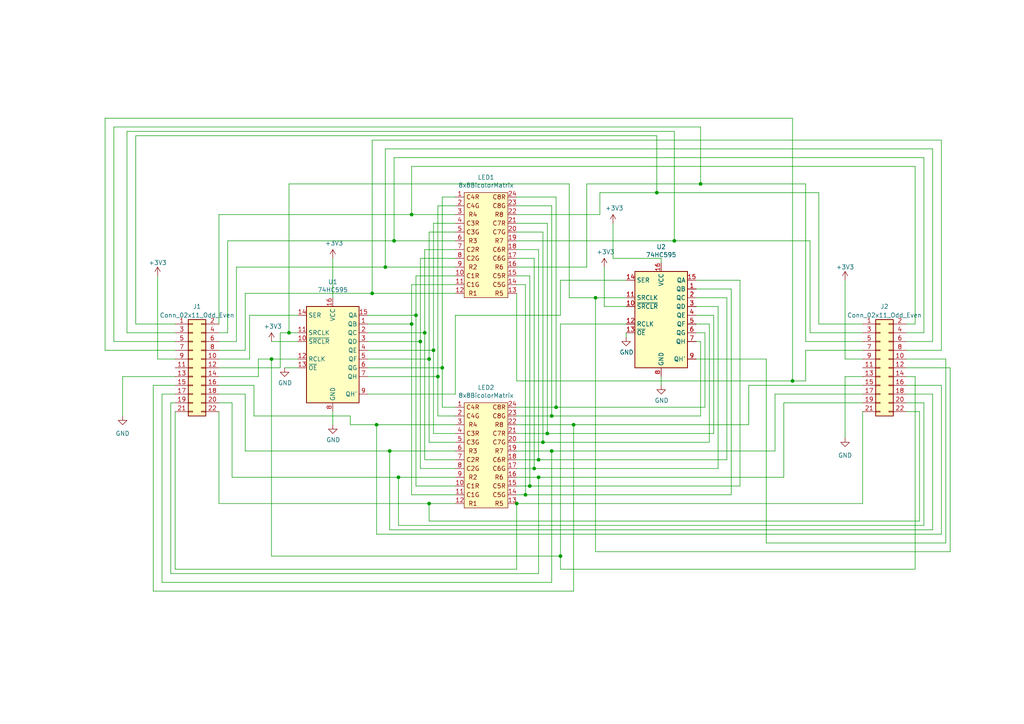
<source format=kicad_sch>
(kicad_sch (version 20230121) (generator eeschema)
  (paper "A4")
  (title_block (title "Stock Ticker Display Module") (date "2023-03-17") (rev "1") (company "Broadberry Touchead, Inc."))
  (lib_symbols
    (symbol "74xx:74HC595"
      (property "Reference" "U" (at -7.62 13.97 0))
      (property "Value" "74HC595" (at -7.62 -16.51 0))
      (symbol "74HC595_1_0"
        (pin tri_state line (at 10.16 7.62 180) (length 2.54) (name "QB") (number "1"))
        (pin input line (at -10.16 2.54 0) (length 2.54) (name "~{SRCLR}") (number "10"))
        (pin input line (at -10.16 5.08 0) (length 2.54) (name "SRCLK") (number "11"))
        (pin input line (at -10.16 -2.54 0) (length 2.54) (name "RCLK") (number "12"))
        (pin input line (at -10.16 -5.08 0) (length 2.54) (name "~{OE}") (number "13"))
        (pin input line (at -10.16 10.16 0) (length 2.54) (name "SER") (number "14"))
        (pin tri_state line (at 10.16 10.16 180) (length 2.54) (name "QA") (number "15"))
        (pin power_in line (at 0 15.24 270) (length 2.54) (name "VCC") (number "16"))
        (pin tri_state line (at 10.16 5.08 180) (length 2.54) (name "QC") (number "2"))
        (pin tri_state line (at 10.16 2.54 180) (length 2.54) (name "QD") (number "3"))
        (pin tri_state line (at 10.16 0 180) (length 2.54) (name "QE") (number "4"))
        (pin tri_state line (at 10.16 -2.54 180) (length 2.54) (name "QF") (number "5"))
        (pin tri_state line (at 10.16 -5.08 180) (length 2.54) (name "QG") (number "6"))
        (pin tri_state line (at 10.16 -7.62 180) (length 2.54) (name "QH") (number "7"))
        (pin power_in line (at 0 -17.78 90) (length 2.54) (name "GND") (number "8"))
        (pin output line (at 10.16 -12.7 180) (length 2.54) (name "QH'") (number "9"))
      )
      (symbol "74HC595_1_1"
        (rectangle (start -7.62 12.7) (end 7.62 -15.24) (stroke (width 0.254)) (fill (type background)))
      )
    )
    (symbol "Connector_Generic:Conn_02x11_Odd_Even" (pin_names (offset 1.016) hide)
      (property "Reference" "J" (at 1.27 15.24 0))
      (property "Value" "Conn_02x11_Odd_Even" (at 1.27 -15.24 0))
      (symbol "Conn_02x11_Odd_Even_1_1"
        (rectangle (start -1.27 -12.573) (end 0 -12.827) (stroke (width 0.1524)))
        (rectangle (start -1.27 -10.033) (end 0 -10.287) (stroke (width 0.1524)))
        (rectangle (start -1.27 -7.493) (end 0 -7.747) (stroke (width 0.1524)))
        (rectangle (start -1.27 -4.953) (end 0 -5.207) (stroke (width 0.1524)))
        (rectangle (start -1.27 -2.413) (end 0 -2.667) (stroke (width 0.1524)))
        (rectangle (start -1.27 0.127) (end 0 -0.127) (stroke (width 0.1524)))
        (rectangle (start -1.27 2.667) (end 0 2.413) (stroke (width 0.1524)))
        (rectangle (start -1.27 5.207) (end 0 4.953) (stroke (width 0.1524)))
        (rectangle (start -1.27 7.747) (end 0 7.493) (stroke (width 0.1524)))
        (rectangle (start -1.27 10.287) (end 0 10.033) (stroke (width 0.1524)))
        (rectangle (start -1.27 12.827) (end 0 12.573) (stroke (width 0.1524)))
        (rectangle (start -1.27 13.97) (end 3.81 -13.97) (stroke (width 0.254)) (fill (type background)))
        (rectangle (start 3.81 -12.573) (end 2.54 -12.827) (stroke (width 0.1524)))
        (rectangle (start 3.81 -10.033) (end 2.54 -10.287) (stroke (width 0.1524)))
        (rectangle (start 3.81 -7.493) (end 2.54 -7.747) (stroke (width 0.1524)))
        (rectangle (start 3.81 -4.953) (end 2.54 -5.207) (stroke (width 0.1524)))
        (rectangle (start 3.81 -2.413) (end 2.54 -2.667) (stroke (width 0.1524)))
        (rectangle (start 3.81 0.127) (end 2.54 -0.127) (stroke (width 0.1524)))
        (rectangle (start 3.81 2.667) (end 2.54 2.413) (stroke (width 0.1524)))
        (rectangle (start 3.81 5.207) (end 2.54 4.953) (stroke (width 0.1524)))
        (rectangle (start 3.81 7.747) (end 2.54 7.493) (stroke (width 0.1524)))
        (rectangle (start 3.81 10.287) (end 2.54 10.033) (stroke (width 0.1524)))
        (rectangle (start 3.81 12.827) (end 2.54 12.573) (stroke (width 0.1524)))
        (pin passive line (at -5.08 12.7 0) (length 3.81) (name "Pin_1") (number "1"))
        (pin passive line (at 7.62 2.54 180) (length 3.81) (name "Pin_10") (number "10"))
        (pin passive line (at -5.08 0 0) (length 3.81) (name "Pin_11") (number "11"))
        (pin passive line (at 7.62 0 180) (length 3.81) (name "Pin_12") (number "12"))
        (pin passive line (at -5.08 -2.54 0) (length 3.81) (name "Pin_13") (number "13"))
        (pin passive line (at 7.62 -2.54 180) (length 3.81) (name "Pin_14") (number "14"))
        (pin passive line (at -5.08 -5.08 0) (length 3.81) (name "Pin_15") (number "15"))
        (pin passive line (at 7.62 -5.08 180) (length 3.81) (name "Pin_16") (number "16"))
        (pin passive line (at -5.08 -7.62 0) (length 3.81) (name "Pin_17") (number "17"))
        (pin passive line (at 7.62 -7.62 180) (length 3.81) (name "Pin_18") (number "18"))
        (pin passive line (at -5.08 -10.16 0) (length 3.81) (name "Pin_19") (number "19"))
        (pin passive line (at 7.62 12.7 180) (length 3.81) (name "Pin_2") (number "2"))
        (pin passive line (at 7.62 -10.16 180) (length 3.81) (name "Pin_20") (number "20"))
        (pin passive line (at -5.08 -12.7 0) (length 3.81) (name "Pin_21") (number "21"))
        (pin passive line (at 7.62 -12.7 180) (length 3.81) (name "Pin_22") (number "22"))
        (pin passive line (at -5.08 10.16 0) (length 3.81) (name "Pin_3") (number "3"))
        (pin passive line (at 7.62 10.16 180) (length 3.81) (name "Pin_4") (number "4"))
        (pin passive line (at -5.08 7.62 0) (length 3.81) (name "Pin_5") (number "5"))
        (pin passive line (at 7.62 7.62 180) (length 3.81) (name "Pin_6") (number "6"))
        (pin passive line (at -5.08 5.08 0) (length 3.81) (name "Pin_7") (number "7"))
        (pin passive line (at 7.62 5.08 180) (length 3.81) (name "Pin_8") (number "8"))
        (pin passive line (at -5.08 2.54 0) (length 3.81) (name "Pin_9") (number "9"))
      )
    )
    (symbol "customLedMatrix:8x8BicolorMatrix" (pin_names (offset 1.016))
      (property "Reference" "LED" (at 0 17.78 0))
      (property "Value" "8x8BicolorMatrix" (at 0 15.24 0))
      (symbol "8x8BicolorMatrix_0_0"
        (text "C1G" (at -3.81 -13.97 0) (effects (font (size 1.27 1.27))))
        (text "C1R" (at -3.81 -11.43 0) (effects (font (size 1.27 1.27))))
        (text "C2G" (at -3.81 -6.35 0) (effects (font (size 1.27 1.27))))
        (text "C2R" (at -3.81 -3.81 0) (effects (font (size 1.27 1.27))))
        (text "C3G" (at -3.81 1.27 0) (effects (font (size 1.27 1.27))))
        (text "C3R" (at -3.81 3.81 0) (effects (font (size 1.27 1.27))))
        (text "C4G" (at -3.81 8.89 0) (effects (font (size 1.27 1.27))))
        (text "C4R" (at -3.81 11.43 0) (effects (font (size 1.27 1.27))))
        (text "C5G" (at 3.81 -13.97 0) (effects (font (size 1.27 1.27))))
        (text "C5R" (at 3.81 -11.43 0) (effects (font (size 1.27 1.27))))
        (text "C6G" (at 3.81 -6.35 0) (effects (font (size 1.27 1.27))))
        (text "C6R" (at 3.81 -3.81 0) (effects (font (size 1.27 1.27))))
        (text "C7G" (at 3.81 1.27 0) (effects (font (size 1.27 1.27))))
        (text "C7R" (at 3.81 3.81 0) (effects (font (size 1.27 1.27))))
        (text "C8G" (at 3.81 8.89 0) (effects (font (size 1.27 1.27))))
        (text "C8R" (at 3.81 11.43 0) (effects (font (size 1.27 1.27))))
        (text "R1" (at -3.81 -16.51 0) (effects (font (size 1.27 1.27))))
        (text "R2" (at -3.81 -8.89 0) (effects (font (size 1.27 1.27))))
        (text "R3" (at -3.81 -1.27 0) (effects (font (size 1.27 1.27))))
        (text "R4" (at -3.81 6.35 0) (effects (font (size 1.27 1.27))))
        (text "R5" (at 3.81 -16.51 0) (effects (font (size 1.27 1.27))))
        (text "R6" (at 3.81 -8.89 0) (effects (font (size 1.27 1.27))))
        (text "R7" (at 3.81 -1.27 0) (effects (font (size 1.27 1.27))))
        (text "R8" (at 3.81 6.35 0) (effects (font (size 1.27 1.27))))
      )
      (symbol "8x8BicolorMatrix_0_1"
        (rectangle (start -6.35 12.7) (end 6.35 -17.78) (fill (type background)))
      )
      (symbol "8x8BicolorMatrix_1_1"
        (pin input line (at -8.89 11.43 0) (length 2.54) (name "~") (number "1"))
        (pin input line (at -8.89 -11.43 0) (length 2.54) (name "~") (number "10"))
        (pin input line (at -8.89 -13.97 0) (length 2.54) (name "~") (number "11"))
        (pin input line (at -8.89 -16.51 0) (length 2.54) (name "~") (number "12"))
        (pin input line (at 8.89 -16.51 180) (length 2.54) (name "~") (number "13"))
        (pin input line (at 8.89 -13.97 180) (length 2.54) (name "~") (number "14"))
        (pin input line (at 8.89 -11.43 180) (length 2.54) (name "~") (number "15"))
        (pin input line (at 8.89 -8.89 180) (length 2.54) (name "~") (number "16"))
        (pin input line (at 8.89 -6.35 180) (length 2.54) (name "~") (number "17"))
        (pin input line (at 8.89 -3.81 180) (length 2.54) (name "~") (number "18"))
        (pin input line (at 8.89 -1.27 180) (length 2.54) (name "~") (number "19"))
        (pin input line (at -8.89 8.89 0) (length 2.54) (name "~") (number "2"))
        (pin input line (at 8.89 1.27 180) (length 2.54) (name "~") (number "20"))
        (pin input line (at 8.89 3.81 180) (length 2.54) (name "~") (number "21"))
        (pin input line (at 8.89 6.35 180) (length 2.54) (name "~") (number "22"))
        (pin input line (at 8.89 8.89 180) (length 2.54) (name "~") (number "23"))
        (pin input line (at 8.89 11.43 180) (length 2.54) (name "~") (number "24"))
        (pin input line (at -8.89 6.35 0) (length 2.54) (name "~") (number "3"))
        (pin input line (at -8.89 3.81 0) (length 2.54) (name "~") (number "4"))
        (pin input line (at -8.89 1.27 0) (length 2.54) (name "~") (number "5"))
        (pin input line (at -8.89 -1.27 0) (length 2.54) (name "~") (number "6"))
        (pin input line (at -8.89 -3.81 0) (length 2.54) (name "~") (number "7"))
        (pin input line (at -8.89 -6.35 0) (length 2.54) (name "~") (number "8"))
        (pin input line (at -8.89 -8.89 0) (length 2.54) (name "~") (number "9"))
      )
    )
    (symbol "power:+3V3" (power) (pin_names (offset 0))
      (property "Value" "+3V3" (at 0 3.556 0))
      (symbol "+3V3_0_1"
        (polyline (pts (xy -0.762 1.27) (xy 0 2.54)))
        (polyline (pts (xy 0 0) (xy 0 2.54)))
        (polyline (pts (xy 0 2.54) (xy 0.762 1.27)))
      )
      (symbol "+3V3_1_1"
        (pin power_in line (at 0 0 90) (length 0) hide (name "+3V3") (number "1"))
      )
    )
    (symbol "power:GND" (power) (pin_names (offset 0))
      (property "Value" "GND" (at 0 -3.81 0))
      (symbol "GND_0_1"
        (polyline (pts (xy 0 0) (xy 0 -1.27) (xy 1.27 -1.27) (xy 0 -2.54) (xy -1.27 -1.27) (xy 0 -1.27)))
      )
      (symbol "GND_1_1"
        (pin power_in line (at 0 0 270) (length 0) hide (name "GND") (number "1"))
      )
    )
  )
  (junction (at 111.76 77.47))
  (junction (at 124.46 104.14))
  (junction (at 124.46 146.05))
  (junction (at 160.02 130.81))
  (junction (at 78.74 104.14))
  (junction (at 203.2 53.34))
  (junction (at 154.94 135.89))
  (junction (at 158.75 125.73))
  (junction (at 107.95 85.09))
  (junction (at 166.37 123.19))
  (junction (at 109.22 123.19))
  (junction (at 113.03 130.81))
  (junction (at 149.86 146.05))
  (junction (at 127 109.22))
  (junction (at 121.92 99.06))
  (junction (at 195.58 69.85))
  (junction (at 115.57 138.43))
  (junction (at 162.56 161.29))
  (junction (at 161.29 118.11))
  (junction (at 120.65 91.44))
  (junction (at 153.67 140.97))
  (junction (at 156.21 138.43))
  (junction (at 128.27 106.68))
  (junction (at 157.48 128.27))
  (junction (at 119.38 93.98))
  (junction (at 83.82 96.52))
  (junction (at 125.73 101.6))
  (junction (at 114.3 69.85))
  (junction (at 152.4 143.51))
  (junction (at 172.72 86.36))
  (junction (at 156.21 133.35))
  (junction (at 160.02 120.65))
  (junction (at 229.87 110.49))
  (junction (at 119.38 62.23))
  (junction (at 123.19 96.52))
  (junction (at 190.5 55.88))
  (wire (pts (xy 273.05 40.64) (xy 107.95 40.64)))
  (wire (pts (xy 267.97 116.84) (xy 267.97 152.4)))
  (wire (pts (xy 106.68 99.06) (xy 121.92 99.06)))
  (wire (pts (xy 67.31 116.84) (xy 63.5 116.84)))
  (wire (pts (xy 201.93 86.36) (xy 210.82 86.36)))
  (wire (pts (xy 66.04 96.52) (xy 66.04 69.85)))
  (wire (pts (xy 233.68 110.49) (xy 233.68 101.6)))
  (wire (pts (xy 121.92 99.06) (xy 121.92 74.93)))
  (wire (pts (xy 124.46 67.31) (xy 132.08 67.31)))
  (wire (pts (xy 172.72 86.36) (xy 165.1 86.36)))
  (wire (pts (xy 86.36 91.44) (xy 72.39 91.44)))
  (wire (pts (xy 106.68 104.14) (xy 124.46 104.14)))
  (wire (pts (xy 190.5 39.37) (xy 190.5 55.88)))
  (wire (pts (xy 132.08 123.19) (xy 109.22 123.19)))
  (wire (pts (xy 154.94 135.89) (xy 154.94 74.93)))
  (wire (pts (xy 273.05 154.94) (xy 109.22 154.94)))
  (wire (pts (xy 46.99 114.3) (xy 46.99 168.91)))
  (wire (pts (xy 270.51 153.67) (xy 113.03 153.67)))
  (wire (pts (xy 113.03 153.67) (xy 113.03 130.81)))
  (wire (pts (xy 229.87 110.49) (xy 233.68 110.49)))
  (wire (pts (xy 166.37 123.19) (xy 149.86 123.19)))
  (wire (pts (xy 132.08 146.05) (xy 124.46 146.05)))
  (wire (pts (xy 262.89 111.76) (xy 273.05 111.76)))
  (wire (pts (xy 214.63 140.97) (xy 153.67 140.97)))
  (wire (pts (xy 222.25 157.48) (xy 274.32 157.48)))
  (wire (pts (xy 120.65 91.44) (xy 120.65 140.97)))
  (wire (pts (xy 123.19 72.39) (xy 123.19 96.52)))
  (wire (pts (xy 78.74 161.29) (xy 78.74 104.14)))
  (wire (pts (xy 156.21 138.43) (xy 149.86 138.43)))
  (wire (pts (xy 132.08 64.77) (xy 125.73 64.77)))
  (wire (pts (xy 132.08 85.09) (xy 107.95 85.09)))
  (wire (pts (xy 123.19 133.35) (xy 132.08 133.35)))
  (wire (pts (xy 86.36 104.14) (xy 78.74 104.14)))
  (wire (pts (xy 101.6 123.19) (xy 101.6 120.65)))
  (wire (pts (xy 234.95 69.85) (xy 234.95 96.52)))
  (wire (pts (xy 175.26 77.47) (xy 175.26 88.9)))
  (wire (pts (xy 267.97 96.52) (xy 267.97 45.72)))
  (wire (pts (xy 35.56 109.22) (xy 35.56 120.65)))
  (wire (pts (xy 120.65 80.01) (xy 120.65 91.44)))
  (wire (pts (xy 201.93 88.9) (xy 208.28 88.9)))
  (wire (pts (xy 201.93 83.82) (xy 212.09 83.82)))
  (wire (pts (xy 266.7 151.13) (xy 124.46 151.13)))
  (wire (pts (xy 68.58 99.06) (xy 63.5 99.06)))
  (wire (pts (xy 67.31 138.43) (xy 67.31 116.84)))
  (wire (pts (xy 44.45 171.45) (xy 166.37 171.45)))
  (wire (pts (xy 106.68 109.22) (xy 127 109.22)))
  (wire (pts (xy 210.82 86.36) (xy 210.82 133.35)))
  (wire (pts (xy 191.77 111.76) (xy 191.77 109.22)))
  (wire (pts (xy 173.99 62.23) (xy 173.99 55.88)))
  (wire (pts (xy 132.08 138.43) (xy 115.57 138.43)))
  (wire (pts (xy 50.8 111.76) (xy 44.45 111.76)))
  (wire (pts (xy 39.37 39.37) (xy 190.5 39.37)))
  (wire (pts (xy 149.86 85.09) (xy 149.86 110.49)))
  (wire (pts (xy 72.39 104.14) (xy 63.5 104.14)))
  (wire (pts (xy 132.08 72.39) (xy 123.19 72.39)))
  (wire (pts (xy 96.52 119.38) (xy 96.52 123.19)))
  (wire (pts (xy 132.08 128.27) (xy 124.46 128.27)))
  (wire (pts (xy 128.27 106.68) (xy 128.27 118.11)))
  (wire (pts (xy 106.68 106.68) (xy 128.27 106.68)))
  (wire (pts (xy 120.65 140.97) (xy 132.08 140.97)))
  (wire (pts (xy 149.86 135.89) (xy 154.94 135.89)))
  (wire (pts (xy 96.52 74.93) (xy 96.52 86.36)))
  (wire (pts (xy 107.95 40.64) (xy 107.95 85.09)))
  (wire (pts (xy 149.86 130.81) (xy 160.02 130.81)))
  (wire (pts (xy 203.2 120.65) (xy 160.02 120.65)))
  (wire (pts (xy 114.3 69.85) (xy 132.08 69.85)))
  (wire (pts (xy 149.86 62.23) (xy 173.99 62.23)))
  (wire (pts (xy 161.29 57.15) (xy 149.86 57.15)))
  (wire (pts (xy 149.86 118.11) (xy 161.29 118.11)))
  (wire (pts (xy 149.86 77.47) (xy 170.18 77.47)))
  (wire (pts (xy 160.02 59.69) (xy 160.02 120.65)))
  (wire (pts (xy 124.46 104.14) (xy 124.46 67.31)))
  (wire (pts (xy 234.95 96.52) (xy 250.19 96.52)))
  (wire (pts (xy 227.33 138.43) (xy 156.21 138.43)))
  (wire (pts (xy 121.92 74.93) (xy 132.08 74.93)))
  (wire (pts (xy 157.48 67.31) (xy 149.86 67.31)))
  (wire (pts (xy 115.57 152.4) (xy 115.57 138.43)))
  (wire (pts (xy 121.92 135.89) (xy 121.92 99.06)))
  (wire (pts (xy 203.2 36.83) (xy 203.2 53.34)))
  (wire (pts (xy 71.12 114.3) (xy 63.5 114.3)))
  (wire (pts (xy 73.66 120.65) (xy 73.66 111.76)))
  (wire (pts (xy 201.93 99.06) (xy 203.2 99.06)))
  (wire (pts (xy 33.02 36.83) (xy 203.2 36.83)))
  (wire (pts (xy 149.86 69.85) (xy 195.58 69.85)))
  (wire (pts (xy 132.08 62.23) (xy 119.38 62.23)))
  (wire (pts (xy 275.59 160.02) (xy 172.72 160.02)))
  (wire (pts (xy 217.17 123.19) (xy 166.37 123.19)))
  (wire (pts (xy 71.12 101.6) (xy 63.5 101.6)))
  (wire (pts (xy 267.97 45.72) (xy 114.3 45.72)))
  (wire (pts (xy 71.12 130.81) (xy 71.12 114.3)))
  (wire (pts (xy 106.68 114.3) (xy 132.08 114.3)))
  (wire (pts (xy 132.08 57.15) (xy 128.27 57.15)))
  (wire (pts (xy 124.46 151.13) (xy 124.46 146.05)))
  (wire (pts (xy 212.09 83.82) (xy 212.09 143.51)))
  (wire (pts (xy 265.43 109.22) (xy 265.43 165.1)))
  (wire (pts (xy 262.89 114.3) (xy 270.51 114.3)))
  (wire (pts (xy 158.75 64.77) (xy 158.75 125.73)))
  (wire (pts (xy 149.86 143.51) (xy 152.4 143.51)))
  (wire (pts (xy 250.19 116.84) (xy 227.33 116.84)))
  (wire (pts (xy 33.02 99.06) (xy 33.02 36.83)))
  (wire (pts (xy 72.39 91.44) (xy 72.39 104.14)))
  (wire (pts (xy 149.86 80.01) (xy 153.67 80.01)))
  (wire (pts (xy 49.53 166.37) (xy 156.21 166.37)))
  (wire (pts (xy 109.22 123.19) (xy 101.6 123.19)))
  (wire (pts (xy 74.93 109.22) (xy 63.5 109.22)))
  (wire (pts (xy 127 120.65) (xy 132.08 120.65)))
  (wire (pts (xy 106.68 93.98) (xy 119.38 93.98)))
  (wire (pts (xy 50.8 119.38) (xy 50.8 165.1)))
  (wire (pts (xy 170.18 77.47) (xy 170.18 53.34)))
  (wire (pts (xy 119.38 82.55) (xy 132.08 82.55)))
  (wire (pts (xy 233.68 99.06) (xy 250.19 99.06)))
  (wire (pts (xy 152.4 143.51) (xy 152.4 82.55)))
  (wire (pts (xy 160.02 130.81) (xy 224.79 130.81)))
  (wire (pts (xy 111.76 43.18) (xy 111.76 77.47)))
  (wire (pts (xy 262.89 101.6) (xy 273.05 101.6)))
  (wire (pts (xy 132.08 114.3) (xy 132.08 91.44)))
  (wire (pts (xy 245.11 81.28) (xy 245.11 104.14)))
  (wire (pts (xy 124.46 146.05) (xy 63.5 146.05)))
  (wire (pts (xy 273.05 101.6) (xy 273.05 40.64)))
  (wire (pts (xy 165.1 53.34) (xy 83.82 53.34)))
  (wire (pts (xy 149.86 72.39) (xy 156.21 72.39)))
  (wire (pts (xy 156.21 133.35) (xy 149.86 133.35)))
  (wire (pts (xy 63.5 96.52) (xy 66.04 96.52)))
  (wire (pts (xy 265.43 93.98) (xy 265.43 48.26)))
  (wire (pts (xy 222.25 104.14) (xy 222.25 157.48)))
  (wire (pts (xy 190.5 55.88) (xy 237.49 55.88)))
  (wire (pts (xy 207.01 91.44) (xy 207.01 125.73)))
  (wire (pts (xy 128.27 118.11) (xy 132.08 118.11)))
  (wire (pts (xy 224.79 130.81) (xy 224.79 114.3)))
  (wire (pts (xy 46.99 168.91) (xy 160.02 168.91)))
  (wire (pts (xy 66.04 69.85) (xy 114.3 69.85)))
  (wire (pts (xy 49.53 116.84) (xy 49.53 166.37)))
  (wire (pts (xy 101.6 120.65) (xy 73.66 120.65)))
  (wire (pts (xy 262.89 116.84) (xy 267.97 116.84)))
  (wire (pts (xy 217.17 111.76) (xy 217.17 123.19)))
  (wire (pts (xy 63.5 62.23) (xy 63.5 93.98)))
  (wire (pts (xy 210.82 133.35) (xy 156.21 133.35)))
  (wire (pts (xy 45.72 104.14) (xy 45.72 80.01)))
  (wire (pts (xy 132.08 77.47) (xy 111.76 77.47)))
  (wire (pts (xy 265.43 165.1) (xy 162.56 165.1)))
  (wire (pts (xy 201.93 93.98) (xy 205.74 93.98)))
  (wire (pts (xy 204.47 96.52) (xy 204.47 118.11)))
  (wire (pts (xy 273.05 111.76) (xy 273.05 154.94)))
  (wire (pts (xy 86.36 99.06) (xy 78.74 99.06)))
  (wire (pts (xy 114.3 45.72) (xy 114.3 69.85)))
  (wire (pts (xy 78.74 104.14) (xy 74.93 104.14)))
  (wire (pts (xy 86.36 106.68) (xy 82.55 106.68)))
  (wire (pts (xy 237.49 93.98) (xy 250.19 93.98)))
  (wire (pts (xy 237.49 55.88) (xy 237.49 93.98)))
  (wire (pts (xy 125.73 125.73) (xy 132.08 125.73)))
  (wire (pts (xy 50.8 109.22) (xy 35.56 109.22)))
  (wire (pts (xy 68.58 77.47) (xy 68.58 99.06)))
  (wire (pts (xy 125.73 101.6) (xy 125.73 125.73)))
  (wire (pts (xy 262.89 93.98) (xy 265.43 93.98)))
  (wire (pts (xy 73.66 111.76) (xy 63.5 111.76)))
  (wire (pts (xy 111.76 77.47) (xy 68.58 77.47)))
  (wire (pts (xy 36.83 96.52) (xy 36.83 38.1)))
  (wire (pts (xy 166.37 171.45) (xy 166.37 123.19)))
  (wire (pts (xy 153.67 140.97) (xy 149.86 140.97)))
  (wire (pts (xy 266.7 119.38) (xy 262.89 119.38)))
  (wire (pts (xy 224.79 114.3) (xy 250.19 114.3)))
  (wire (pts (xy 83.82 53.34) (xy 83.82 96.52)))
  (wire (pts (xy 157.48 128.27) (xy 157.48 67.31)))
  (wire (pts (xy 119.38 62.23) (xy 63.5 62.23)))
  (wire (pts (xy 266.7 119.38) (xy 266.7 151.13)))
  (wire (pts (xy 250.19 104.14) (xy 245.11 104.14)))
  (wire (pts (xy 50.8 93.98) (xy 39.37 93.98)))
  (wire (pts (xy 203.2 99.06) (xy 203.2 120.65)))
  (wire (pts (xy 123.19 96.52) (xy 123.19 133.35)))
  (wire (pts (xy 149.86 59.69) (xy 160.02 59.69)))
  (wire (pts (xy 191.77 76.2) (xy 191.77 74.93)))
  (wire (pts (xy 250.19 146.05) (xy 250.19 119.38)))
  (wire (pts (xy 170.18 53.34) (xy 203.2 53.34)))
  (wire (pts (xy 214.63 81.28) (xy 214.63 140.97)))
  (wire (pts (xy 208.28 88.9) (xy 208.28 135.89)))
  (wire (pts (xy 113.03 130.81) (xy 71.12 130.81)))
  (wire (pts (xy 201.93 104.14) (xy 222.25 104.14)))
  (wire (pts (xy 162.56 93.98) (xy 162.56 161.29)))
  (wire (pts (xy 109.22 154.94) (xy 109.22 123.19)))
  (wire (pts (xy 205.74 128.27) (xy 157.48 128.27)))
  (wire (pts (xy 201.93 91.44) (xy 207.01 91.44)))
  (wire (pts (xy 39.37 93.98) (xy 39.37 39.37)))
  (wire (pts (xy 149.86 128.27) (xy 157.48 128.27)))
  (wire (pts (xy 132.08 135.89) (xy 121.92 135.89)))
  (wire (pts (xy 156.21 166.37) (xy 156.21 138.43)))
  (wire (pts (xy 50.8 104.14) (xy 45.72 104.14)))
  (wire (pts (xy 132.08 80.01) (xy 120.65 80.01)))
  (wire (pts (xy 233.68 101.6) (xy 250.19 101.6)))
  (wire (pts (xy 175.26 88.9) (xy 181.61 88.9)))
  (wire (pts (xy 162.56 91.44) (xy 162.56 81.28)))
  (wire (pts (xy 208.28 135.89) (xy 154.94 135.89)))
  (wire (pts (xy 119.38 48.26) (xy 119.38 62.23)))
  (wire (pts (xy 36.83 38.1) (xy 195.58 38.1)))
  (wire (pts (xy 275.59 106.68) (xy 275.59 160.02)))
  (wire (pts (xy 233.68 53.34) (xy 233.68 99.06)))
  (wire (pts (xy 250.19 111.76) (xy 217.17 111.76)))
  (wire (pts (xy 227.33 116.84) (xy 227.33 138.43)))
  (wire (pts (xy 50.8 101.6) (xy 30.48 101.6)))
  (wire (pts (xy 212.09 143.51) (xy 152.4 143.51)))
  (wire (pts (xy 270.51 99.06) (xy 270.51 43.18)))
  (wire (pts (xy 262.89 96.52) (xy 267.97 96.52)))
  (wire (pts (xy 172.72 160.02) (xy 172.72 86.36)))
  (wire (pts (xy 30.48 34.29) (xy 229.87 34.29)))
  (wire (pts (xy 201.93 96.52) (xy 204.47 96.52)))
  (wire (pts (xy 50.8 116.84) (xy 49.53 116.84)))
  (wire (pts (xy 207.01 125.73) (xy 158.75 125.73)))
  (wire (pts (xy 274.32 157.48) (xy 274.32 104.14)))
  (wire (pts (xy 274.32 104.14) (xy 262.89 104.14)))
  (wire (pts (xy 162.56 81.28) (xy 181.61 81.28)))
  (wire (pts (xy 161.29 118.11) (xy 161.29 57.15)))
  (wire (pts (xy 270.51 43.18) (xy 111.76 43.18)))
  (wire (pts (xy 181.61 96.52) (xy 181.61 97.79)))
  (wire (pts (xy 50.8 99.06) (xy 33.02 99.06)))
  (wire (pts (xy 270.51 114.3) (xy 270.51 153.67)))
  (wire (pts (xy 177.8 74.93) (xy 177.8 64.77)))
  (wire (pts (xy 125.73 64.77) (xy 125.73 101.6)))
  (wire (pts (xy 127 109.22) (xy 127 120.65)))
  (wire (pts (xy 165.1 86.36) (xy 165.1 53.34)))
  (wire (pts (xy 81.28 106.68) (xy 63.5 106.68)))
  (wire (pts (xy 156.21 72.39) (xy 156.21 133.35)))
  (wire (pts (xy 74.93 104.14) (xy 74.93 109.22)))
  (wire (pts (xy 205.74 93.98) (xy 205.74 128.27)))
  (wire (pts (xy 245.11 109.22) (xy 250.19 109.22)))
  (wire (pts (xy 128.27 57.15) (xy 128.27 106.68)))
  (wire (pts (xy 83.82 96.52) (xy 81.28 96.52)))
  (wire (pts (xy 149.86 146.05) (xy 250.19 146.05)))
  (wire (pts (xy 173.99 55.88) (xy 190.5 55.88)))
  (wire (pts (xy 181.61 86.36) (xy 172.72 86.36)))
  (wire (pts (xy 162.56 161.29) (xy 78.74 161.29)))
  (wire (pts (xy 158.75 125.73) (xy 149.86 125.73)))
  (wire (pts (xy 132.08 143.51) (xy 119.38 143.51)))
  (wire (pts (xy 86.36 96.52) (xy 83.82 96.52)))
  (wire (pts (xy 191.77 74.93) (xy 177.8 74.93)))
  (wire (pts (xy 81.28 96.52) (xy 81.28 106.68)))
  (wire (pts (xy 106.68 91.44) (xy 120.65 91.44)))
  (wire (pts (xy 132.08 130.81) (xy 113.03 130.81)))
  (wire (pts (xy 181.61 93.98) (xy 162.56 93.98)))
  (wire (pts (xy 195.58 69.85) (xy 234.95 69.85)))
  (wire (pts (xy 132.08 59.69) (xy 127 59.69)))
  (wire (pts (xy 149.86 110.49) (xy 229.87 110.49)))
  (wire (pts (xy 71.12 85.09) (xy 71.12 101.6)))
  (wire (pts (xy 30.48 101.6) (xy 30.48 34.29)))
  (wire (pts (xy 63.5 146.05) (xy 63.5 119.38)))
  (wire (pts (xy 203.2 53.34) (xy 233.68 53.34)))
  (wire (pts (xy 245.11 127) (xy 245.11 109.22)))
  (wire (pts (xy 50.8 96.52) (xy 36.83 96.52)))
  (wire (pts (xy 44.45 111.76) (xy 44.45 171.45)))
  (wire (pts (xy 201.93 81.28) (xy 214.63 81.28)))
  (wire (pts (xy 229.87 34.29) (xy 229.87 110.49)))
  (wire (pts (xy 262.89 109.22) (xy 265.43 109.22)))
  (wire (pts (xy 106.68 96.52) (xy 123.19 96.52)))
  (wire (pts (xy 132.08 91.44) (xy 162.56 91.44)))
  (wire (pts (xy 267.97 152.4) (xy 115.57 152.4)))
  (wire (pts (xy 107.95 85.09) (xy 71.12 85.09)))
  (wire (pts (xy 262.89 106.68) (xy 275.59 106.68)))
  (wire (pts (xy 195.58 38.1) (xy 195.58 69.85)))
  (wire (pts (xy 160.02 168.91) (xy 160.02 130.81)))
  (wire (pts (xy 262.89 99.06) (xy 270.51 99.06)))
  (wire (pts (xy 119.38 143.51) (xy 119.38 93.98)))
  (wire (pts (xy 50.8 165.1) (xy 149.86 165.1)))
  (wire (pts (xy 119.38 93.98) (xy 119.38 82.55)))
  (wire (pts (xy 149.86 146.05) (xy 149.86 165.1)))
  (wire (pts (xy 50.8 114.3) (xy 46.99 114.3)))
  (wire (pts (xy 124.46 128.27) (xy 124.46 104.14)))
  (wire (pts (xy 127 59.69) (xy 127 109.22)))
  (wire (pts (xy 160.02 120.65) (xy 149.86 120.65)))
  (wire (pts (xy 154.94 74.93) (xy 149.86 74.93)))
  (wire (pts (xy 152.4 82.55) (xy 149.86 82.55)))
  (wire (pts (xy 149.86 64.77) (xy 158.75 64.77)))
  (wire (pts (xy 162.56 165.1) (xy 162.56 161.29)))
  (wire (pts (xy 153.67 80.01) (xy 153.67 140.97)))
  (wire (pts (xy 115.57 138.43) (xy 67.31 138.43)))
  (wire (pts (xy 204.47 118.11) (xy 161.29 118.11)))
  (wire (pts (xy 265.43 48.26) (xy 119.38 48.26)))
  (wire (pts (xy 106.68 101.6) (xy 125.73 101.6)))
  (symbol (lib_id "74xx:74HC595") (at 96.52 101.6 0) (unit 1)
    (property "Reference" "U1" (at 96.52 81.7626 0))
    (property "Value" "74HC595" (at 96.52 84.074 0))
    (property "Footprint" "Package_DIP:DIP-16_W7.62mm_LongPads" (effects hide))
    (property "Datasheet" "http://www.ti.com/lit/ds/symlink/sn74hc595.pdf" (effects hide))
  )
  (symbol (lib_id "customLedMatrix:8x8BicolorMatrix") (at 140.97 68.58 0) (unit 1)
    (property "Reference" "LED1" (at 140.97 51.435 0))
    (property "Value" "8x8BicolorMatrix" (at 140.97 53.7464 0))
    (property "Footprint" "customLedMatrix:8x8BicolorMatrix" (effects hide))
  )
  (symbol (lib_id "customLedMatrix:8x8BicolorMatrix") (at 140.97 129.54 0) (unit 1)
    (property "Reference" "LED2" (at 140.97 112.395 0))
    (property "Value" "8x8BicolorMatrix" (at 140.97 114.7064 0))
    (property "Footprint" "customLedMatrix:8x8BicolorMatrix" (effects hide))
  )
  (symbol (lib_id "74xx:74HC595") (at 191.77 91.44 0) (unit 1)
    (property "Reference" "U2" (at 191.77 71.6026 0))
    (property "Value" "74HC595" (at 191.77 73.914 0))
    (property "Footprint" "Package_DIP:DIP-16_W7.62mm_LongPads" (effects hide))
    (property "Datasheet" "http://www.ti.com/lit/ds/symlink/sn74hc595.pdf" (effects hide))
  )
  (symbol (lib_id "power:GND") (at 96.52 123.19 0) (unit 1)
    (property "Reference" "#PWR06" (effects hide))
    (property "Value" "GND" (at 96.647 127.5842 0))
  )
  (symbol (lib_id "power:+3V3") (at 96.52 74.93 0) (unit 1)
    (property "Reference" "#PWR05" (effects hide))
    (property "Value" "+3V3" (at 96.901 70.5358 0))
  )
  (symbol (lib_id "power:GND") (at 191.77 111.76 0) (unit 1)
    (property "Reference" "#PWR010" (effects hide))
    (property "Value" "GND" (at 191.897 116.1542 0))
  )
  (symbol (lib_id "power:+3V3") (at 177.8 64.77 0) (unit 1)
    (property "Reference" "#PWR08" (effects hide))
    (property "Value" "+3V3" (at 178.181 60.3758 0))
  )
  (symbol (lib_id "power:GND") (at 82.55 106.68 0) (unit 1)
    (property "Reference" "#PWR04" (effects hide))
    (property "Value" "GND" (at 82.677 111.0742 0))
  )
  (symbol (lib_id "power:GND") (at 181.61 97.79 0) (unit 1)
    (property "Reference" "#PWR09" (effects hide))
    (property "Value" "GND" (at 181.737 102.1842 0))
  )
  (symbol (lib_id "power:+3V3") (at 78.74 99.06 0) (unit 1)
    (property "Reference" "#PWR03" (effects hide))
    (property "Value" "+3V3" (at 79.121 94.6658 0))
  )
  (symbol (lib_id "power:+3V3") (at 175.26 77.47 0) (unit 1)
    (property "Reference" "#PWR07" (effects hide))
    (property "Value" "+3V3" (at 175.641 73.0758 0))
  )
  (symbol (lib_id "power:+3V3") (at 45.72 80.01 0) (unit 1)
    (property "Reference" "#PWR02" (effects hide))
    (property "Value" "+3V3" (at 45.72 76.2 0))
  )
  (symbol (lib_id "Connector_Generic:Conn_02x11_Odd_Even") (at 55.88 106.68 0) (unit 1)
    (property "Reference" "J1" (at 57.15 88.9 0))
    (property "Value" "Conn_02x11_Odd_Even" (at 57.15 91.44 0))
    (property "Footprint" "Connector_PinHeader_2.54mm:PinHeader_2x11_P2.54mm_Vertical" (effects hide))
  )
  (symbol (lib_id "Connector_Generic:Conn_02x11_Odd_Even") (at 255.27 106.68 0) (unit 1)
    (property "Reference" "J2" (at 256.54 88.9 0))
    (property "Value" "Conn_02x11_Odd_Even" (at 256.54 91.44 0))
    (property "Footprint" "Connector_PinHeader_2.54mm:PinHeader_2x11_P2.54mm_Vertical" (effects hide))
  )
  (symbol (lib_id "power:GND") (at 245.11 127 0) (unit 1)
    (property "Reference" "#PWR012" (effects hide))
    (property "Value" "GND" (at 245.11 132.08 0))
  )
  (symbol (lib_id "power:+3V3") (at 245.11 81.28 0) (unit 1)
    (property "Reference" "#PWR011" (effects hide))
    (property "Value" "+3V3" (at 245.11 77.47 0))
  )
  (symbol (lib_id "power:GND") (at 35.56 120.65 0) (unit 1)
    (property "Reference" "#PWR01" (effects hide))
    (property "Value" "GND" (at 35.56 125.73 0))
  )
)
</source>
